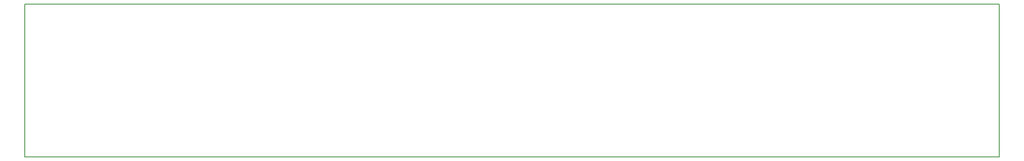
<source format=gbr>
G04 #@! TF.GenerationSoftware,KiCad,Pcbnew,5.0.2+dfsg1-1~bpo9+1*
G04 #@! TF.CreationDate,2019-10-18T22:52:31+02:00*
G04 #@! TF.ProjectId,busboard,62757362-6f61-4726-942e-6b696361645f,rev?*
G04 #@! TF.SameCoordinates,Original*
G04 #@! TF.FileFunction,Profile,NP*
%FSLAX46Y46*%
G04 Gerber Fmt 4.6, Leading zero omitted, Abs format (unit mm)*
G04 Created by KiCad (PCBNEW 5.0.2+dfsg1-1~bpo9+1) date Fri 18 Oct 2019 10:52:31 PM CEST*
%MOMM*%
%LPD*%
G01*
G04 APERTURE LIST*
%ADD10C,0.150000*%
G04 APERTURE END LIST*
D10*
X42000000Y-82000000D02*
X42000000Y-50500000D01*
X242000000Y-82000000D02*
X42000000Y-82000000D01*
X242000000Y-50500000D02*
X242000000Y-82000000D01*
X42000000Y-50500000D02*
X242000000Y-50500000D01*
M02*

</source>
